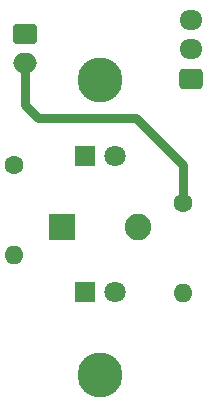
<source format=gbr>
%TF.GenerationSoftware,KiCad,Pcbnew,7.0.9*%
%TF.CreationDate,2024-03-22T21:38:29+01:00*%
%TF.ProjectId,KorrySmallPCB,4b6f7272-7953-46d6-916c-6c5043422e6b,rev?*%
%TF.SameCoordinates,Original*%
%TF.FileFunction,Copper,L2,Bot*%
%TF.FilePolarity,Positive*%
%FSLAX46Y46*%
G04 Gerber Fmt 4.6, Leading zero omitted, Abs format (unit mm)*
G04 Created by KiCad (PCBNEW 7.0.9) date 2024-03-22 21:38:29*
%MOMM*%
%LPD*%
G01*
G04 APERTURE LIST*
G04 Aperture macros list*
%AMRoundRect*
0 Rectangle with rounded corners*
0 $1 Rounding radius*
0 $2 $3 $4 $5 $6 $7 $8 $9 X,Y pos of 4 corners*
0 Add a 4 corners polygon primitive as box body*
4,1,4,$2,$3,$4,$5,$6,$7,$8,$9,$2,$3,0*
0 Add four circle primitives for the rounded corners*
1,1,$1+$1,$2,$3*
1,1,$1+$1,$4,$5*
1,1,$1+$1,$6,$7*
1,1,$1+$1,$8,$9*
0 Add four rect primitives between the rounded corners*
20,1,$1+$1,$2,$3,$4,$5,0*
20,1,$1+$1,$4,$5,$6,$7,0*
20,1,$1+$1,$6,$7,$8,$9,0*
20,1,$1+$1,$8,$9,$2,$3,0*%
G04 Aperture macros list end*
%TA.AperFunction,ComponentPad*%
%ADD10RoundRect,0.250000X-0.750000X0.600000X-0.750000X-0.600000X0.750000X-0.600000X0.750000X0.600000X0*%
%TD*%
%TA.AperFunction,ComponentPad*%
%ADD11O,2.000000X1.700000*%
%TD*%
%TA.AperFunction,ComponentPad*%
%ADD12C,1.600000*%
%TD*%
%TA.AperFunction,ComponentPad*%
%ADD13O,1.600000X1.600000*%
%TD*%
%TA.AperFunction,ConnectorPad*%
%ADD14C,3.800000*%
%TD*%
%TA.AperFunction,ComponentPad*%
%ADD15C,2.600000*%
%TD*%
%TA.AperFunction,ComponentPad*%
%ADD16O,1.950000X1.700000*%
%TD*%
%TA.AperFunction,ComponentPad*%
%ADD17RoundRect,0.250000X0.725000X-0.600000X0.725000X0.600000X-0.725000X0.600000X-0.725000X-0.600000X0*%
%TD*%
%TA.AperFunction,ComponentPad*%
%ADD18C,1.800000*%
%TD*%
%TA.AperFunction,ComponentPad*%
%ADD19R,1.800000X1.800000*%
%TD*%
%TA.AperFunction,ComponentPad*%
%ADD20R,2.250000X2.250000*%
%TD*%
%TA.AperFunction,ComponentPad*%
%ADD21C,2.250000*%
%TD*%
%TA.AperFunction,Conductor*%
%ADD22C,0.800000*%
%TD*%
G04 APERTURE END LIST*
D10*
%TO.P,J2,1,Pin_1*%
%TO.N,+9V*%
X62275000Y-17100000D03*
D11*
%TO.P,J2,2,Pin_2*%
%TO.N,/LED_PCB*%
X62275000Y-19600000D03*
%TD*%
D12*
%TO.P,R3,1*%
%TO.N,/LED_PCB*%
X75650000Y-31440000D03*
D13*
%TO.P,R3,2*%
%TO.N,Net-(D3-K)*%
X75650000Y-39060000D03*
%TD*%
D14*
%TO.P,H2,1*%
%TO.N,N/C*%
X68650000Y-21000000D03*
D15*
X68650000Y-21000000D03*
%TD*%
%TO.P,H1,1*%
%TO.N,N/C*%
X68650000Y-46000000D03*
D14*
X68650000Y-46000000D03*
%TD*%
D12*
%TO.P,R4,1*%
%TO.N,Net-(D4-K)*%
X61400000Y-28190000D03*
D13*
%TO.P,R4,2*%
%TO.N,GND*%
X61400000Y-35810000D03*
%TD*%
D16*
%TO.P,J3,3,Pin_3*%
%TO.N,GND*%
X76350000Y-15950000D03*
%TO.P,J3,2,Pin_2*%
%TO.N,/LED_INPUT*%
X76350000Y-18450000D03*
D17*
%TO.P,J3,1,Pin_1*%
%TO.N,/BTN_INPUT*%
X76350000Y-20950000D03*
%TD*%
D18*
%TO.P,D4,2,A*%
%TO.N,/LED_INPUT*%
X69915000Y-27500000D03*
D19*
%TO.P,D4,1,K*%
%TO.N,Net-(D4-K)*%
X67375000Y-27500000D03*
%TD*%
D20*
%TO.P,SW1,1,1*%
%TO.N,/BTN_INPUT*%
X65400000Y-33500000D03*
D21*
%TO.P,SW1,2,2*%
%TO.N,GND*%
X71900000Y-33500000D03*
%TD*%
D19*
%TO.P,D3,1,K*%
%TO.N,Net-(D3-K)*%
X67375000Y-39000000D03*
D18*
%TO.P,D3,2,A*%
%TO.N,+9V*%
X69915000Y-39000000D03*
%TD*%
D22*
%TO.N,/LED_PCB*%
X62275000Y-23125000D02*
X62275000Y-19600000D01*
X71700000Y-24250000D02*
X63400000Y-24250000D01*
X63400000Y-24250000D02*
X62275000Y-23125000D01*
X75650000Y-28200000D02*
X71700000Y-24250000D01*
X75650000Y-31440000D02*
X75650000Y-28200000D01*
%TD*%
M02*

</source>
